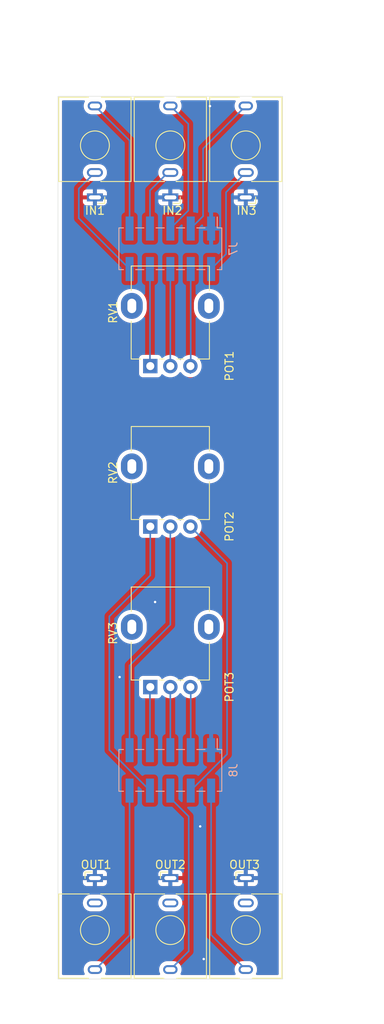
<source format=kicad_pcb>
(kicad_pcb (version 20241229) (generator "pcbnew") (generator_version "9.0")
  (layers (0 "F.Cu" signal) (2 "B.Cu" signal) (13 "F.Paste" user) (15 "B.Paste" user) (5 "F.SilkS" user "F.Silkscreen") (7 "B.SilkS" user "B.Silkscreen") (1 "F.Mask" user) (3 "B.Mask" user) (25 "Edge.Cuts" user))
  (net 0 "")
  (net 1 "IN1_NORMAL")
  (net 2 "GND")
  (net 3 "IN2_NORMAL")
  (net 4 "IN3_NORMAL")
  (net 5 "OUT1")
  (net 7 "OUT2")
  (net 10 "OUT3")
  (net 11 "IN2")
  (net 12 "IN1")
  (net 13 "IN3")
  (net 14 "POT1_P2")
  (net 15 "POT1_P3")
  (net 16 "POT1_P1")
  (net 17 "POT2_P3")
  (net 18 "POT2_P2")
  (net 19 "POT2_P1")
  (net 20 "POT3_P2")
  (net 21 "POT3_P3")
  (net 22 "POT3_P1")
  (footprint "EurorackFootprints:Jack_3.5mm_WQP-PJ398SM_Vertical_Tight" (layer "F.Cu") (at 73.4 62.6 180)
    (property "Reference" "J3" (hide yes))
    (property "Value" "IN3" (at -0.1 -1.65 0) (layer "F.SilkS"))
    (fp_line (start 4.5 12.48) (end 0.8 12.48) (stroke (width 0.12)) (layer "F.SilkS"))
    (fp_line (start 4.5 1.98) (end 4.5 12.48) (stroke (width 0.12)) (layer "F.SilkS"))
    (fp_line (start 4.5 1.98) (end 0.72 1.98) (stroke (width 0.12)) (layer "F.SilkS"))
    (fp_line (start -0.72 1.98) (end -4.5 1.98) (stroke (width 0.12)) (layer "F.SilkS"))
    (fp_line (start -0.8 12.48) (end -4.5 12.48) (stroke (width 0.12)) (layer "F.SilkS"))
    (fp_line (start -1.23 -0.75) (end -0.37 -0.75) (stroke (width 0.12)) (layer "F.SilkS"))
    (fp_line (start -1.23 -0.75) (end -1.23 0.05) (stroke (width 0.12)) (layer "F.SilkS"))
    (fp_line (start -4.5 1.98) (end -4.5 12.48) (stroke (width 0.12)) (layer "F.SilkS"))
    (fp_circle (center 0 6.48) (end 1.8 6.48) (stroke (width 0.12)) (fill no) (layer "F.SilkS"))
    (pad "S" thru_hole rect (at 0 0) (size 2 1) (drill oval 1.5 0.5) (layers "*.Cu" "*.Mask") (net 2 "GND"))
    (pad "T" thru_hole oval (at 0 11.4) (size 1.8 1.1) (drill oval 1.3 0.6) (layers "*.Cu" "*.Mask") (net 13 "IN3"))
    (pad "TN" thru_hole oval (at 0 3.1) (size 2 1.1) (drill oval 1.5 0.6) (layers "*.Cu" "*.Mask") (net 4 "IN3_NORMAL"))
    (zone (net 0) (net_name "") (layer "F.Cu") (connect_pads (clearance 0)) (min_thickness 0.254)
      (keepout (tracks not_allowed) (vias not_allowed) (pads not_allowed) (copperpour not_allowed) (footprints not_allowed))
      (fill (thermal_gap 0.508) (thermal_bridge_width 0.508))
      (polygon (pts (xy 71.894859 56.12) (xy 71.91507 56.365829) (xy 71.975159 56.605055) (xy 72.073514 56.831256) (xy 72.207492 57.038355) (xy 72.373496 57.22079) (xy 72.567068 57.373664) (xy 72.783008 57.492869) (xy 73.015518 57.575206) (xy 73.258354 57.618461) (xy 73.504993 57.621475) (xy 73.748813 57.584165) (xy 73.983266 57.507534) (xy 74.202054 57.39364) (xy 74.399303 57.245542) (xy 74.569714 57.067216) (xy 74.708712 56.863452) (xy 74.812564 56.639722) (xy 74.878481 56.402035) (xy 74.904692 56.156774) (xy 74.890493 55.910525) (xy 74.836266 55.669901) (xy 74.743468 55.441366) (xy 74.614589 55.231055) (xy 74.453092 55.044618) (xy 74.263313 54.887061) (xy 74.05035 54.762615) (xy 73.819921 54.674623) (xy 73.578215 54.625447) (xy 73.331722 54.616408) (xy 73.087064 54.64775) (xy 72.850809 54.71863) (xy 72.629303 54.827144) (xy 72.428495 54.970379) (xy 72.253777 55.144488) (xy 72.109842 55.344795) (xy 72.000555 55.565921) (xy 71.928851 55.801926) (xy 71.896656 56.046474)))
    )
  )
  (footprint "EurorackFootprints:Jack_3.5mm_WQP-PJ398SM_Vertical_Tight" (layer "F.Cu") (at 64 147.42)
    (property "Reference" "J5" (hide yes))
    (property "Value" "OUT2" (at 0 -1.67 180) (layer "F.SilkS"))
    (fp_line (start -4.5 1.98) (end -4.5 12.48) (stroke (width 0.12)) (layer "F.SilkS"))
    (fp_line (start -1.23 -0.75) (end -1.23 0.05) (stroke (width 0.12)) (layer "F.SilkS"))
    (fp_line (start -1.23 -0.75) (end -0.37 -0.75) (stroke (width 0.12)) (layer "F.SilkS"))
    (fp_line (start -0.8 12.48) (end -4.5 12.48) (stroke (width 0.12)) (layer "F.SilkS"))
    (fp_line (start -0.72 1.98) (end -4.5 1.98) (stroke (width 0.12)) (layer "F.SilkS"))
    (fp_line (start 4.5 1.98) (end 0.72 1.98) (stroke (width 0.12)) (layer "F.SilkS"))
    (fp_line (start 4.5 1.98) (end 4.5 12.48) (stroke (width 0.12)) (layer "F.SilkS"))
    (fp_line (start 4.5 12.48) (end 0.8 12.48) (stroke (width 0.12)) (layer "F.SilkS"))
    (fp_circle (center 0 6.48) (end 1.8 6.48) (stroke (width 0.12)) (fill no) (layer "F.SilkS"))
    (pad "S" thru_hole rect (at 0 0 180) (size 2 1) (drill oval 1.5 0.5) (layers "*.Cu" "*.Mask") (net 2 "GND"))
    (pad "T" thru_hole oval (at 0 11.4 180) (size 1.8 1.1) (drill oval 1.3 0.6) (layers "*.Cu" "*.Mask") (net 7 "OUT2"))
    (pad "TN" thru_hole oval (at 0 3.1 180) (size 2 1.1) (drill oval 1.5 0.6) (layers "*.Cu" "*.Mask"))
    (zone (net 0) (net_name "") (layer "F.Cu") (connect_pads (clearance 0)) (min_thickness 0.254)
      (keepout (tracks not_allowed) (vias not_allowed) (pads not_allowed) (copperpour not_allowed) (footprints not_allowed))
      (fill (thermal_gap 0.508) (thermal_bridge_width 0.508))
      (polygon (pts (xy 65.505141 153.9) (xy 65.48493 153.654171) (xy 65.424841 153.414945) (xy 65.326486 153.188744) (xy 65.192508 152.981645) (xy 65.026504 152.79921) (xy 64.832932 152.646336) (xy 64.616992 152.527131) (xy 64.384482 152.444794) (xy 64.141646 152.401539) (xy 63.895007 152.398525) (xy 63.651187 152.435835) (xy 63.416734 152.512466) (xy 63.197946 152.62636) (xy 63.000697 152.774458) (xy 62.830286 152.952784) (xy 62.691288 153.156548) (xy 62.587436 153.380278) (xy 62.521519 153.617965) (xy 62.495308 153.863226) (xy 62.509507 154.109475) (xy 62.563734 154.350099) (xy 62.656532 154.578634) (xy 62.785411 154.788945) (xy 62.946908 154.975382) (xy 63.136687 155.132939) (xy 63.34965 155.257385) (xy 63.580079 155.345377) (xy 63.821785 155.394553) (xy 64.068278 155.403592) (xy 64.312936 155.37225) (xy 64.549191 155.30137) (xy 64.770697 155.192856) (xy 64.971505 155.049621) (xy 65.146223 154.875512) (xy 65.290158 154.675205) (xy 65.399445 154.454079) (xy 65.471149 154.218074) (xy 65.503344 153.973526)))
    )
  )
  (footprint "Potentiometer_THT:Potentiometer_Alpha_RD901F-40-00D_Single_Vertical" (layer "F.Cu") (at 61.5 83.62 90)
    (property "Reference" "RV1" (at 6.71 -4.64 90) (layer "F.SilkS"))
    (property "Value" "POT1" (at 0 9.86 90) (layer "F.SilkS"))
    (fp_line (start 0.88 -2.38) (end 5.6 -2.38) (stroke (width 0.12)) (layer "F.SilkS"))
    (fp_line (start 9.41 -2.37) (end 12.47 -2.37) (stroke (width 0.12)) (layer "F.SilkS"))
    (fp_line (start 0.88 -1.19) (end 0.88 -2.37) (stroke (width 0.12)) (layer "F.SilkS"))
    (fp_line (start 0.88 1.71) (end 0.88 1.18) (stroke (width 0.12)) (layer "F.SilkS"))
    (fp_line (start 0.88 4.16) (end 0.88 3.33) (stroke (width 0.12)) (layer "F.SilkS"))
    (fp_line (start 12.47 7.37) (end 12.47 -2.37) (stroke (width 0.12)) (layer "F.SilkS"))
    (fp_line (start 9.41 7.37) (end 12.47 7.37) (stroke (width 0.12)) (layer "F.SilkS"))
    (fp_line (start 0.88 7.37) (end 0.88 5.88) (stroke (width 0.12)) (layer "F.SilkS"))
    (fp_line (start 0.88 7.37) (end 5.6 7.37) (stroke (width 0.12)) (layer "F.SilkS"))
    (pad "" thru_hole oval (at 7.5 -2.3 180) (size 2.72 3.24) (drill oval 1.1 1.8) (layers "*.Cu" "*.Mask"))
    (pad "" thru_hole oval (at 7.5 7.3 180) (size 2.72 3.24) (drill oval 1.1 1.8) (layers "*.Cu" "*.Mask"))
    (pad "1" thru_hole rect (at 0 0 180) (size 1.8 1.8) (drill 1) (layers "*.Cu" "*.Mask") (net 16 "POT1_P1"))
    (pad "2" thru_hole circle (at 0 2.5 180) (size 1.8 1.8) (drill 1) (layers "*.Cu" "*.Mask") (net 14 "POT1_P2"))
    (pad "3" thru_hole circle (at 0 5 180) (size 1.8 1.8) (drill 1) (layers "*.Cu" "*.Mask") (net 15 "POT1_P3"))
  )
  (footprint "Potentiometer_THT:Potentiometer_Alpha_RD901F-40-00D_Single_Vertical" (layer "F.Cu") (at 61.5 123.62 90)
    (property "Reference" "RV3" (at 6.71 -4.64 90) (layer "F.SilkS"))
    (property "Value" "POT3" (at 0 9.86 90) (layer "F.SilkS"))
    (fp_line (start 0.88 -2.38) (end 5.6 -2.38) (stroke (width 0.12)) (layer "F.SilkS"))
    (fp_line (start 9.41 -2.37) (end 12.47 -2.37) (stroke (width 0.12)) (layer "F.SilkS"))
    (fp_line (start 0.88 -1.19) (end 0.88 -2.37) (stroke (width 0.12)) (layer "F.SilkS"))
    (fp_line (start 0.88 1.71) (end 0.88 1.18) (stroke (width 0.12)) (layer "F.SilkS"))
    (fp_line (start 0.88 4.16) (end 0.88 3.33) (stroke (width 0.12)) (layer "F.SilkS"))
    (fp_line (start 12.47 7.37) (end 12.47 -2.37) (stroke (width 0.12)) (layer "F.SilkS"))
    (fp_line (start 9.41 7.37) (end 12.47 7.37) (stroke (width 0.12)) (layer "F.SilkS"))
    (fp_line (start 0.88 7.37) (end 0.88 5.88) (stroke (width 0.12)) (layer "F.SilkS"))
    (fp_line (start 0.88 7.37) (end 5.6 7.37) (stroke (width 0.12)) (layer "F.SilkS"))
    (pad "" thru_hole oval (at 7.5 -2.3 180) (size 2.72 3.24) (drill oval 1.1 1.8) (layers "*.Cu" "*.Mask"))
    (pad "" thru_hole oval (at 7.5 7.3 180) (size 2.72 3.24) (drill oval 1.1 1.8) (layers "*.Cu" "*.Mask"))
    (pad "1" thru_hole rect (at 0 0 180) (size 1.8 1.8) (drill 1) (layers "*.Cu" "*.Mask") (net 22 "POT3_P1"))
    (pad "2" thru_hole circle (at 0 2.5 180) (size 1.8 1.8) (drill 1) (layers "*.Cu" "*.Mask") (net 20 "POT3_P2"))
    (pad "3" thru_hole circle (at 0 5 180) (size 1.8 1.8) (drill 1) (layers "*.Cu" "*.Mask") (net 21 "POT3_P3"))
  )
  (footprint "EurorackFootprints:Jack_3.5mm_WQP-PJ398SM_Vertical_Tight" (layer "F.Cu") (at 54.6 147.42)
    (property "Reference" "J4" (hide yes))
    (property "Value" "OUT1" (at 0.15 -1.67 180) (layer "F.SilkS"))
    (fp_line (start -4.5 1.98) (end -4.5 12.48) (stroke (width 0.12)) (layer "F.SilkS"))
    (fp_line (start -1.23 -0.75) (end -1.23 0.05) (stroke (width 0.12)) (layer "F.SilkS"))
    (fp_line (start -1.23 -0.75) (end -0.37 -0.75) (stroke (width 0.12)) (layer "F.SilkS"))
    (fp_line (start -0.8 12.48) (end -4.5 12.48) (stroke (width 0.12)) (layer "F.SilkS"))
    (fp_line (start -0.72 1.98) (end -4.5 1.98) (stroke (width 0.12)) (layer "F.SilkS"))
    (fp_line (start 4.5 1.98) (end 0.72 1.98) (stroke (width 0.12)) (layer "F.SilkS"))
    (fp_line (start 4.5 1.98) (end 4.5 12.48) (stroke (width 0.12)) (layer "F.SilkS"))
    (fp_line (start 4.5 12.48) (end 0.8 12.48) (stroke (width 0.12)) (layer "F.SilkS"))
    (fp_circle (center 0 6.48) (end 1.8 6.48) (stroke (width 0.12)) (fill no) (layer "F.SilkS"))
    (pad "S" thru_hole rect (at 0 0 180) (size 2 1) (drill oval 1.5 0.5) (layers "*.Cu" "*.Mask") (net 2 "GND"))
    (pad "T" thru_hole oval (at 0 11.4 180) (size 1.8 1.1) (drill oval 1.3 0.6) (layers "*.Cu" "*.Mask") (net 5 "OUT1"))
    (pad "TN" thru_hole oval (at 0 3.1 180) (size 2 1.1) (drill oval 1.5 0.6) (layers "*.Cu" "*.Mask"))
    (zone (net 0) (net_name "") (layer "F.Cu") (connect_pads (clearance 0)) (min_thickness 0.254)
      (keepout (tracks not_allowed) (vias not_allowed) (pads not_allowed) (copperpour not_allowed) (footprints not_allowed))
      (fill (thermal_gap 0.508) (thermal_bridge_width 0.508))
      (polygon (pts (xy 56.105141 153.9) (xy 56.08493 153.654171) (xy 56.024841 153.414945) (xy 55.926486 153.188744) (xy 55.792508 152.981645) (xy 55.626504 152.79921) (xy 55.432932 152.646336) (xy 55.216992 152.527131) (xy 54.984482 152.444794) (xy 54.741646 152.401539) (xy 54.495007 152.398525) (xy 54.251187 152.435835) (xy 54.016734 152.512466) (xy 53.797946 152.62636) (xy 53.600697 152.774458) (xy 53.430286 152.952784) (xy 53.291288 153.156548) (xy 53.187436 153.380278) (xy 53.121519 153.617965) (xy 53.095308 153.863226) (xy 53.109507 154.109475) (xy 53.163734 154.350099) (xy 53.256532 154.578634) (xy 53.385411 154.788945) (xy 53.546908 154.975382) (xy 53.736687 155.132939) (xy 53.94965 155.257385) (xy 54.180079 155.345377) (xy 54.421785 155.394553) (xy 54.668278 155.403592) (xy 54.912936 155.37225) (xy 55.149191 155.30137) (xy 55.370697 155.192856) (xy 55.571505 155.049621) (xy 55.746223 154.875512) (xy 55.890158 154.675205) (xy 55.999445 154.454079) (xy 56.071149 154.218074) (xy 56.103344 153.973526)))
    )
  )
  (footprint "Potentiometer_THT:Potentiometer_Alpha_RD901F-40-00D_Single_Vertical" (layer "F.Cu") (at 61.5 103.62 90)
    (property "Reference" "RV2" (at 6.71 -4.64 90) (layer "F.SilkS"))
    (property "Value" "POT2" (at 0 9.86 90) (layer "F.SilkS"))
    (fp_line (start 0.88 -2.38) (end 5.6 -2.38) (stroke (width 0.12)) (layer "F.SilkS"))
    (fp_line (start 9.41 -2.37) (end 12.47 -2.37) (stroke (width 0.12)) (layer "F.SilkS"))
    (fp_line (start 0.88 -1.19) (end 0.88 -2.37) (stroke (width 0.12)) (layer "F.SilkS"))
    (fp_line (start 0.88 1.71) (end 0.88 1.18) (stroke (width 0.12)) (layer "F.SilkS"))
    (fp_line (start 0.88 4.16) (end 0.88 3.33) (stroke (width 0.12)) (layer "F.SilkS"))
    (fp_line (start 12.47 7.37) (end 12.47 -2.37) (stroke (width 0.12)) (layer "F.SilkS"))
    (fp_line (start 9.41 7.37) (end 12.47 7.37) (stroke (width 0.12)) (layer "F.SilkS"))
    (fp_line (start 0.88 7.37) (end 0.88 5.88) (stroke (width 0.12)) (layer "F.SilkS"))
    (fp_line (start 0.88 7.37) (end 5.6 7.37) (stroke (width 0.12)) (layer "F.SilkS"))
    (pad "" thru_hole oval (at 7.5 -2.3 180) (size 2.72 3.24) (drill oval 1.1 1.8) (layers "*.Cu" "*.Mask"))
    (pad "" thru_hole oval (at 7.5 7.3 180) (size 2.72 3.24) (drill oval 1.1 1.8) (layers "*.Cu" "*.Mask"))
    (pad "1" thru_hole rect (at 0 0 180) (size 1.8 1.8) (drill 1) (layers "*.Cu" "*.Mask") (net 19 "POT2_P1"))
    (pad "2" thru_hole circle (at 0 2.5 180) (size 1.8 1.8) (drill 1) (layers "*.Cu" "*.Mask") (net 18 "POT2_P2"))
    (pad "3" thru_hole circle (at 0 5 180) (size 1.8 1.8) (drill 1) (layers "*.Cu" "*.Mask") (net 17 "POT2_P3"))
  )
  (footprint "EurorackFootprints:Jack_3.5mm_WQP-PJ398SM_Vertical_Tight" (layer "F.Cu") (at 54.6 62.6 180)
    (property "Reference" "J1" (hide yes))
    (property "Value" "IN1" (at 0 -1.65 0) (layer "F.SilkS"))
    (fp_line (start 4.5 12.48) (end 0.8 12.48) (stroke (width 0.12)) (layer "F.SilkS"))
    (fp_line (start 4.5 1.98) (end 4.5 12.48) (stroke (width 0.12)) (layer "F.SilkS"))
    (fp_line (start 4.5 1.98) (end 0.72 1.98) (stroke (width 0.12)) (layer "F.SilkS"))
    (fp_line (start -0.72 1.98) (end -4.5 1.98) (stroke (width 0.12)) (layer "F.SilkS"))
    (fp_line (start -0.8 12.48) (end -4.5 12.48) (stroke (width 0.12)) (layer "F.SilkS"))
    (fp_line (start -1.23 -0.75) (end -0.37 -0.75) (stroke (width 0.12)) (layer "F.SilkS"))
    (fp_line (start -1.23 -0.75) (end -1.23 0.05) (stroke (width 0.12)) (layer "F.SilkS"))
    (fp_line (start -4.5 1.98) (end -4.5 12.48) (stroke (width 0.12)) (layer "F.SilkS"))
    (fp_circle (center 0 6.48) (end 1.8 6.48) (stroke (width 0.12)) (fill no) (layer "F.SilkS"))
    (pad "S" thru_hole rect (at 0 0) (size 2 1) (drill oval 1.5 0.5) (layers "*.Cu" "*.Mask") (net 2 "GND"))
    (pad "T" thru_hole oval (at 0 11.4) (size 1.8 1.1) (drill oval 1.3 0.6) (layers "*.Cu" "*.Mask") (net 12 "IN1"))
    (pad "TN" thru_hole oval (at 0 3.1) (size 2 1.1) (drill oval 1.5 0.6) (layers "*.Cu" "*.Mask") (net 1 "IN1_NORMAL"))
    (zone (net 0) (net_name "") (layer "F.Cu") (connect_pads (clearance 0)) (min_thickness 0.254)
      (keepout (tracks not_allowed) (vias not_allowed) (pads not_allowed) (copperpour not_allowed) (footprints not_allowed))
      (fill (thermal_gap 0.508) (thermal_bridge_width 0.508))
      (polygon (pts (xy 53.094859 56.12) (xy 53.11507 56.365829) (xy 53.175159 56.605055) (xy 53.273514 56.831256) (xy 53.407492 57.038355) (xy 53.573496 57.22079) (xy 53.767068 57.373664) (xy 53.983008 57.492869) (xy 54.215518 57.575206) (xy 54.458354 57.618461) (xy 54.704993 57.621475) (xy 54.948813 57.584165) (xy 55.183266 57.507534) (xy 55.402054 57.39364) (xy 55.599303 57.245542) (xy 55.769714 57.067216) (xy 55.908712 56.863452) (xy 56.012564 56.639722) (xy 56.078481 56.402035) (xy 56.104692 56.156774) (xy 56.090493 55.910525) (xy 56.036266 55.669901) (xy 55.943468 55.441366) (xy 55.814589 55.231055) (xy 55.653092 55.044618) (xy 55.463313 54.887061) (xy 55.25035 54.762615) (xy 55.019921 54.674623) (xy 54.778215 54.625447) (xy 54.531722 54.616408) (xy 54.287064 54.64775) (xy 54.050809 54.71863) (xy 53.829303 54.827144) (xy 53.628495 54.970379) (xy 53.453777 55.144488) (xy 53.309842 55.344795) (xy 53.200555 55.565921) (xy 53.128851 55.801926) (xy 53.096656 56.046474)))
    )
  )
  (footprint "EurorackFootprints:Jack_3.5mm_WQP-PJ398SM_Vertical_Tight" (layer "F.Cu") (at 64 62.6 180)
    (property "Reference" "J2" (hide yes))
    (property "Value" "IN2" (at -0.25 -1.65 0) (layer "F.SilkS"))
    (fp_line (start 4.5 12.48) (end 0.8 12.48) (stroke (width 0.12)) (layer "F.SilkS"))
    (fp_line (start 4.5 1.98) (end 4.5 12.48) (stroke (width 0.12)) (layer "F.SilkS"))
    (fp_line (start 4.5 1.98) (end 0.72 1.98) (stroke (width 0.12)) (layer "F.SilkS"))
    (fp_line (start -0.72 1.98) (end -4.5 1.98) (stroke (width 0.12)) (layer "F.SilkS"))
    (fp_line (start -0.8 12.48) (end -4.5 12.48) (stroke (width 0.12)) (layer "F.SilkS"))
    (fp_line (start -1.23 -0.75) (end -0.37 -0.75) (stroke (width 0.12)) (layer "F.SilkS"))
    (fp_line (start -1.23 -0.75) (end -1.23 0.05) (stroke (width 0.12)) (layer "F.SilkS"))
    (fp_line (start -4.5 1.98) (end -4.5 12.48) (stroke (width 0.12)) (layer "F.SilkS"))
    (fp_circle (center 0 6.48) (end 1.8 6.48) (stroke (width 0.12)) (fill no) (layer "F.SilkS"))
    (pad "S" thru_hole rect (at 0 0) (size 2 1) (drill oval 1.5 0.5) (layers "*.Cu" "*.Mask") (net 2 "GND"))
    (pad "T" thru_hole oval (at 0 11.4) (size 1.8 1.1) (drill oval 1.3 0.6) (layers "*.Cu" "*.Mask") (net 11 "IN2"))
    (pad "TN" thru_hole oval (at 0 3.1) (size 2 1.1) (drill oval 1.5 0.6) (layers "*.Cu" "*.Mask") (net 3 "IN2_NORMAL"))
    (zone (net 0) (net_name "") (layer "F.Cu") (connect_pads (clearance 0)) (min_thickness 0.254)
      (keepout (tracks not_allowed) (vias not_allowed) (pads not_allowed) (copperpour not_allowed) (footprints not_allowed))
      (fill (thermal_gap 0.508) (thermal_bridge_width 0.508))
      (polygon (pts (xy 62.494859 56.12) (xy 62.51507 56.365829) (xy 62.575159 56.605055) (xy 62.673514 56.831256) (xy 62.807492 57.038355) (xy 62.973496 57.22079) (xy 63.167068 57.373664) (xy 63.383008 57.492869) (xy 63.615518 57.575206) (xy 63.858354 57.618461) (xy 64.104993 57.621475) (xy 64.348813 57.584165) (xy 64.583266 57.507534) (xy 64.802054 57.39364) (xy 64.999303 57.245542) (xy 65.169714 57.067216) (xy 65.308712 56.863452) (xy 65.412564 56.639722) (xy 65.478481 56.402035) (xy 65.504692 56.156774) (xy 65.490493 55.910525) (xy 65.436266 55.669901) (xy 65.343468 55.441366) (xy 65.214589 55.231055) (xy 65.053092 55.044618) (xy 64.863313 54.887061) (xy 64.65035 54.762615) (xy 64.419921 54.674623) (xy 64.178215 54.625447) (xy 63.931722 54.616408) (xy 63.687064 54.64775) (xy 63.450809 54.71863) (xy 63.229303 54.827144) (xy 63.028495 54.970379) (xy 62.853777 55.144488) (xy 62.709842 55.344795) (xy 62.600555 55.565921) (xy 62.528851 55.801926) (xy 62.496656 56.046474)))
    )
  )
  (footprint "EurorackFootprints:Jack_3.5mm_WQP-PJ398SM_Vertical_Tight" (layer "F.Cu") (at 73.4 147.42)
    (property "Reference" "J6" (hide yes))
    (property "Value" "OUT3" (at -0.15 -1.67 180) (layer "F.SilkS"))
    (fp_line (start -4.5 1.98) (end -4.5 12.48) (stroke (width 0.12)) (layer "F.SilkS"))
    (fp_line (start -1.23 -0.75) (end -1.23 0.05) (stroke (width 0.12)) (layer "F.SilkS"))
    (fp_line (start -1.23 -0.75) (end -0.37 -0.75) (stroke (width 0.12)) (layer "F.SilkS"))
    (fp_line (start -0.8 12.48) (end -4.5 12.48) (stroke (width 0.12)) (layer "F.SilkS"))
    (fp_line (start -0.72 1.98) (end -4.5 1.98) (stroke (width 0.12)) (layer "F.SilkS"))
    (fp_line (start 4.5 1.98) (end 0.72 1.98) (stroke (width 0.12)) (layer "F.SilkS"))
    (fp_line (start 4.5 1.98) (end 4.5 12.48) (stroke (width 0.12)) (layer "F.SilkS"))
    (fp_line (start 4.5 12.48) (end 0.8 12.48) (stroke (width 0.12)) (layer "F.SilkS"))
    (fp_circle (center 0 6.48) (end 1.8 6.48) (stroke (width 0.12)) (fill no) (layer "F.SilkS"))
    (pad "S" thru_hole rect (at 0 0 180) (size 2 1) (drill oval 1.5 0.5) (layers "*.Cu" "*.Mask") (net 2 "GND"))
    (pad "T" thru_hole oval (at 0 11.4 180) (size 1.8 1.1) (drill oval 1.3 0.6) (layers "*.Cu" "*.Mask") (net 10 "OUT3"))
    (pad "TN" thru_hole oval (at 0 3.1 180) (size 2 1.1) (drill oval 1.5 0.6) (layers "*.Cu" "*.Mask"))
    (zone (net 0) (net_name "") (layer "F.Cu") (connect_pads (clearance 0)) (min_thickness 0.254)
      (keepout (tracks not_allowed) (vias not_allowed) (pads not_allowed) (copperpour not_allowed) (footprints not_allowed))
      (fill (thermal_gap 0.508) (thermal_bridge_width 0.508))
      (polygon (pts (xy 74.905141 153.9) (xy 74.88493 153.654171) (xy 74.824841 153.414945) (xy 74.726486 153.188744) (xy 74.592508 152.981645) (xy 74.426504 152.79921) (xy 74.232932 152.646336) (xy 74.016992 152.527131) (xy 73.784482 152.444794) (xy 73.541646 152.401539) (xy 73.295007 152.398525) (xy 73.051187 152.435835) (xy 72.816734 152.512466) (xy 72.597946 152.62636) (xy 72.400697 152.774458) (xy 72.230286 152.952784) (xy 72.091288 153.156548) (xy 71.987436 153.380278) (xy 71.921519 153.617965) (xy 71.895308 153.863226) (xy 71.909507 154.109475) (xy 71.963734 154.350099) (xy 72.056532 154.578634) (xy 72.185411 154.788945) (xy 72.346908 154.975382) (xy 72.536687 155.132939) (xy 72.74965 155.257385) (xy 72.980079 155.345377) (xy 73.221785 155.394553) (xy 73.468278 155.403592) (xy 73.712936 155.37225) (xy 73.949191 155.30137) (xy 74.170697 155.192856) (xy 74.371505 155.049621) (xy 74.546223 154.875512) (xy 74.690158 154.675205) (xy 74.799445 154.454079) (xy 74.871149 154.218074) (xy 74.903344 153.973526)))
    )
  )
  (footprint "Connector_PinSocket_2.54mm:PinSocket_2x05_P2.54mm_Vertical_SMD" (layer "B.Cu") (at 64 134 90)
    (property "Reference" "J8" (at 0 7.85 90) (layer "B.SilkS") (effects (justify mirror)))
    (property "Value" "Conn_Lower")
    (fp_line (start -2.6 -6.41) (end 2.6 -6.41) (stroke (width 0.12)) (layer "B.SilkS"))
    (fp_line (start 2.6 -5.84) (end 2.6 -6.41) (stroke (width 0.12)) (layer "B.SilkS"))
    (fp_line (start -2.6 -5.84) (end -2.6 -6.41) (stroke (width 0.12)) (layer "B.SilkS"))
    (fp_line (start 2.6 -3.3) (end 2.6 -4.32) (stroke (width 0.12)) (layer "B.SilkS"))
    (fp_line (start -2.6 -3.3) (end -2.6 -4.32) (stroke (width 0.12)) (layer "B.SilkS"))
    (fp_line (start 2.6 -0.76) (end 2.6 -1.78) (stroke (width 0.12)) (layer "B.SilkS"))
    (fp_line (start -2.6 -0.76) (end -2.6 -1.78) (stroke (width 0.12)) (layer "B.SilkS"))
    (fp_line (start 2.6 1.78) (end 2.6 0.76) (stroke (width 0.12)) (layer "B.SilkS"))
    (fp_line (start -2.6 1.78) (end -2.6 0.76) (stroke (width 0.12)) (layer "B.SilkS"))
    (fp_line (start 2.6 4.32) (end 2.6 3.3) (stroke (width 0.12)) (layer "B.SilkS"))
    (fp_line (start -2.6 4.32) (end -2.6 3.3) (stroke (width 0.12)) (layer "B.SilkS"))
    (fp_line (start 2.6 5.84) (end 3.96 5.84) (stroke (width 0.12)) (layer "B.SilkS"))
    (fp_line (start 2.6 6.41) (end 2.6 5.84) (stroke (width 0.12)) (layer "B.SilkS"))
    (fp_line (start -2.6 6.41) (end -2.6 5.84) (stroke (width 0.12)) (layer "B.SilkS"))
    (fp_line (start -2.6 6.41) (end 2.6 6.41) (stroke (width 0.12)) (layer "B.SilkS"))
    (pad "1" smd rect (at 2.52 5.08 90) (size 3 1) (layers "B.Cu" "B.Mask" "B.Paste") (net 2 "GND"))
    (pad "2" smd rect (at -2.52 5.08 90) (size 3 1) (layers "B.Cu" "B.Mask" "B.Paste") (net 10 "OUT3"))
    (pad "3" smd rect (at 2.52 2.54 90) (size 3 1) (layers "B.Cu" "B.Mask" "B.Paste") (net 21 "POT3_P3"))
    (pad "4" smd rect (at -2.52 2.54 90) (size 3 1) (layers "B.Cu" "B.Mask" "B.Paste") (net 17 "POT2_P3"))
    (pad "5" smd rect (at 2.52 0 90) (size 3 1) (layers "B.Cu" "B.Mask" "B.Paste") (net 20 "POT3_P2"))
    (pad "6" smd rect (at -2.52 0 90) (size 3 1) (layers "B.Cu" "B.Mask" "B.Paste") (net 7 "OUT2"))
    (pad "7" smd rect (at 2.52 -2.54 90) (size 3 1) (layers "B.Cu" "B.Mask" "B.Paste") (net 22 "POT3_P1"))
    (pad "8" smd rect (at -2.52 -2.54 90) (size 3 1) (layers "B.Cu" "B.Mask" "B.Paste") (net 19 "POT2_P1"))
    (pad "9" smd rect (at 2.52 -5.08 90) (size 3 1) (layers "B.Cu" "B.Mask" "B.Paste") (net 18 "POT2_P2"))
    (pad "10" smd rect (at -2.52 -5.08 90) (size 3 1) (layers "B.Cu" "B.Mask" "B.Paste") (net 5 "OUT1"))
  )
  (footprint "Connector_PinSocket_2.54mm:PinSocket_2x05_P2.54mm_Vertical_SMD" (layer "B.Cu") (at 64 69 90)
    (property "Reference" "J7" (at 0 7.85 90) (layer "B.SilkS") (effects (justify mirror)))
    (property "Value" "Conn_Upper")
    (fp_line (start -2.6 -6.41) (end 2.6 -6.41) (stroke (width 0.12)) (layer "B.SilkS"))
    (fp_line (start 2.6 -5.84) (end 2.6 -6.41) (stroke (width 0.12)) (layer "B.SilkS"))
    (fp_line (start -2.6 -5.84) (end -2.6 -6.41) (stroke (width 0.12)) (layer "B.SilkS"))
    (fp_line (start 2.6 -3.3) (end 2.6 -4.32) (stroke (width 0.12)) (layer "B.SilkS"))
    (fp_line (start -2.6 -3.3) (end -2.6 -4.32) (stroke (width 0.12)) (layer "B.SilkS"))
    (fp_line (start 2.6 -0.76) (end 2.6 -1.78) (stroke (width 0.12)) (layer "B.SilkS"))
    (fp_line (start -2.6 -0.76) (end -2.6 -1.78) (stroke (width 0.12)) (layer "B.SilkS"))
    (fp_line (start 2.6 1.78) (end 2.6 0.76) (stroke (width 0.12)) (layer "B.SilkS"))
    (fp_line (start -2.6 1.78) (end -2.6 0.76) (stroke (width 0.12)) (layer "B.SilkS"))
    (fp_line (start 2.6 4.32) (end 2.6 3.3) (stroke (width 0.12)) (layer "B.SilkS"))
    (fp_line (start -2.6 4.32) (end -2.6 3.3) (stroke (width 0.12)) (layer "B.SilkS"))
    (fp_line (start 2.6 5.84) (end 3.96 5.84) (stroke (width 0.12)) (layer "B.SilkS"))
    (fp_line (start 2.6 6.41) (end 2.6 5.84) (stroke (width 0.12)) (layer "B.SilkS"))
    (fp_line (start -2.6 6.41) (end -2.6 5.84) (stroke (width 0.12)) (layer "B.SilkS"))
    (fp_line (start -2.6 6.41) (end 2.6 6.41) (stroke (width 0.12)) (layer "B.SilkS"))
    (pad "1" smd rect (at 2.52 5.08 90) (size 3 1) (layers "B.Cu" "B.Mask" "B.Paste") (net 2 "GND"))
    (pad "2" smd rect (at -2.52 5.08 90) (size 3 1) (layers "B.Cu" "B.Mask" "B.Paste") (net 4 "IN3_NORMAL"))
    (pad "3" smd rect (at 2.52 2.54 90) (size 3 1) (layers "B.Cu" "B.Mask" "B.Paste") (net 13 "IN3"))
    (pad "4" smd rect (at -2.52 2.54 90) (size 3 1) (layers "B.Cu" "B.Mask" "B.Paste") (net 15 "POT1_P3"))
    (pad "5" smd rect (at 2.52 0 90) (size 3 1) (layers "B.Cu" "B.Mask" "B.Paste") (net 11 "IN2"))
    (pad "6" smd rect (at -2.52 0 90) (size 3 1) (layers "B.Cu" "B.Mask" "B.Paste") (net 14 "POT1_P2"))
    (pad "7" smd rect (at 2.52 -2.54 90) (size 3 1) (layers "B.Cu" "B.Mask" "B.Paste") (net 3 "IN2_NORMAL"))
    (pad "8" smd rect (at -2.52 -2.54 90) (size 3 1) (layers "B.Cu" "B.Mask" "B.Paste") (net 16 "POT1_P1"))
    (pad "9" smd rect (at 2.52 -5.08 90) (size 3 1) (layers "B.Cu" "B.Mask" "B.Paste") (net 12 "IN1"))
    (pad "10" smd rect (at -2.52 -5.08 90) (size 3 1) (layers "B.Cu" "B.Mask" "B.Paste") (net 1 "IN1_NORMAL"))
  )
  (gr_rect (start 50 50) (end 78 160) (stroke (width 0.05)) (fill no) (layer "Edge.Cuts"))
  (segment (start 52.59 65.19) (end 52.59 61.51) (width 0.2) (layer "B.Cu") (net 1))
  (segment (start 52.59 61.51) (end 54.6 59.5) (width 0.2) (layer "B.Cu") (net 1))
  (segment (start 58.92 71.52) (end 52.59 65.19) (width 0.2) (layer "B.Cu") (net 1))
  (via (at 68.94 51.22) (size 0.6) (drill 0.3) (layers "F.Cu" "B.Cu") (net 2))
  (via (at 62.1 113.02) (size 0.6) (drill 0.3) (layers "F.Cu" "B.Cu") (net 2))
  (via (at 67.72 140.98) (size 0.6) (drill 0.3) (layers "F.Cu" "B.Cu") (net 2))
  (via (at 68.16 157.51) (size 0.6) (drill 0.3) (layers "F.Cu" "B.Cu") (net 2))
  (via (at 57.68 122.37) (size 0.6) (drill 0.3) (layers "F.Cu" "B.Cu") (net 2))
  (segment (start 61.46 61.74) (end 63.7 59.5) (width 0.2) (layer "B.Cu") (net 3))
  (segment (start 61.46 66.48) (end 61.46 61.74) (width 0.2) (layer "B.Cu") (net 3))
  (segment (start 63.7 59.5) (end 64 59.5) (width 0.2) (layer "B.Cu") (net 3))
  (segment (start 70.94 61.96) (end 73.4 59.5) (width 0.2) (layer "B.Cu") (net 4))
  (segment (start 70.94 69.66) (end 70.94 61.96) (width 0.2) (layer "B.Cu") (net 4))
  (segment (start 69.08 71.52) (end 70.94 69.66) (width 0.2) (layer "B.Cu") (net 4))
  (segment (start 58.92 154.54) (end 54.64 158.82) (width 0.2) (layer "B.Cu") (net 5))
  (segment (start 58.92 136.52) (end 58.92 154.54) (width 0.2) (layer "B.Cu") (net 5))
  (segment (start 54.64 158.82) (end 54.6 158.82) (width 0.2) (layer "B.Cu") (net 5))
  (segment (start 66.29 139.74) (end 66.29 156.53) (width 0.2) (layer "B.Cu") (net 7))
  (segment (start 64 137.45) (end 66.29 139.74) (width 0.2) (layer "B.Cu") (net 7))
  (segment (start 66.29 156.53) (end 64 158.82) (width 0.2) (layer "B.Cu") (net 7))
  (segment (start 64 136.52) (end 64 137.45) (width 0.2) (layer "B.Cu") (net 7))
  (segment (start 69.08 154.5) (end 73.4 158.82) (width 0.2) (layer "B.Cu") (net 10))
  (segment (start 69.08 136.52) (end 69.08 154.5) (width 0.2) (layer "B.Cu") (net 10))
  (segment (start 64 66.48) (end 66.24 64.24) (width 0.2) (layer "B.Cu") (net 11))
  (segment (start 66.24 64.24) (end 66.24 53.44) (width 0.2) (layer "B.Cu") (net 11))
  (segment (start 66.24 53.44) (end 64 51.2) (width 0.2) (layer "B.Cu") (net 11))
  (segment (start 58.92 55.52) (end 54.6 51.2) (width 0.2) (layer "B.Cu") (net 12))
  (segment (start 58.92 66.48) (end 58.92 55.52) (width 0.2) (layer "B.Cu") (net 12))
  (segment (start 66.54 66.48) (end 68.08 64.94) (width 0.2) (layer "B.Cu") (net 13))
  (segment (start 68.08 56.52) (end 73.4 51.2) (width 0.2) (layer "B.Cu") (net 13))
  (segment (start 68.08 64.94) (end 68.08 56.52) (width 0.2) (layer "B.Cu") (net 13))
  (segment (start 64 71.52) (end 64 83.62) (width 0.2) (layer "B.Cu") (net 14))
  (segment (start 66.54 71.52) (end 66.54 83.58) (width 0.2) (layer "B.Cu") (net 15))
  (segment (start 66.5 84.5) (end 66.5 83.62) (width 0.2) (layer "B.Cu") (net 15))
  (segment (start 66.54 83.58) (end 66.5 83.62) (width 0.2) (layer "B.Cu") (net 15))
  (segment (start 61.46 83.58) (end 61.5 83.62) (width 0.2) (layer "B.Cu") (net 16))
  (segment (start 61.46 71.52) (end 61.46 83.58) (width 0.2) (layer "B.Cu") (net 16))
  (segment (start 66.5 103.62) (end 71.07 108.19) (width 0.2) (layer "B.Cu") (net 17))
  (segment (start 71.07 131.99) (end 66.54 136.52) (width 0.2) (layer "B.Cu") (net 17))
  (segment (start 71.07 108.19) (end 71.07 131.99) (width 0.2) (layer "B.Cu") (net 17))
  (segment (start 58.92 131.48) (end 58.92 120.93) (width 0.2) (layer "B.Cu") (net 18))
  (segment (start 58.92 120.93) (end 64 115.85) (width 0.2) (layer "B.Cu") (net 18))
  (segment (start 64 115.85) (end 64 103.62) (width 0.2) (layer "B.Cu") (net 18))
  (segment (start 61.5 109.71) (end 61.5 103.62) (width 0.2) (layer "B.Cu") (net 19))
  (segment (start 56.4 114.81) (end 61.5 109.71) (width 0.2) (layer "B.Cu") (net 19))
  (segment (start 56.4 131.46) (end 56.4 114.81) (width 0.2) (layer "B.Cu") (net 19))
  (segment (start 61.46 136.52) (end 56.4 131.46) (width 0.2) (layer "B.Cu") (net 19))
  (segment (start 64 131.48) (end 64 123.62) (width 0.2) (layer "B.Cu") (net 20))
  (segment (start 66.54 131.48) (end 66.54 123.66) (width 0.2) (layer "B.Cu") (net 21))
  (segment (start 66.54 123.66) (end 66.5 123.62) (width 0.2) (layer "B.Cu") (net 21))
  (segment (start 61.46 123.66) (end 61.5 123.62) (width 0.2) (layer "B.Cu") (net 22))
  (segment (start 61.46 131.48) (end 61.46 123.66) (width 0.2) (layer "B.Cu") (net 22))
  (zone (net 2) (net_name "GND") (layer "F.Cu") (priority 1) (connect_pads (clearance 0.5)) (min_thickness 0.25) (fill yes (thermal_gap 0.5) (thermal_bridge_width 0.5))
    (polygon (pts (xy 49 49) (xy 79 49) (xy 79 161) (xy 49 161)))
  )
  (zone (net 2) (net_name "GND") (layer "B.Cu") (connect_pads (clearance 0.5)) (min_thickness 0.25) (fill yes (thermal_gap 0.5) (thermal_bridge_width 0.5))
    (polygon (pts (xy 49 49) (xy 79 49) (xy 79 161) (xy 49 161)))
  )
)
</source>
